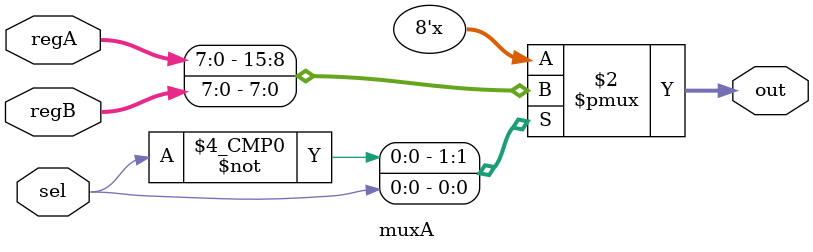
<source format=v>
module muxA(
    input [7:0] regA,      
    input [7:0] regB,      
    input sel,             
    output reg [7:0] out   
);
    always @(*) begin      
        case(sel)
            1'b0: out = regA;  
            1'b1: out = regB;  
        endcase
    end
endmodule
</source>
